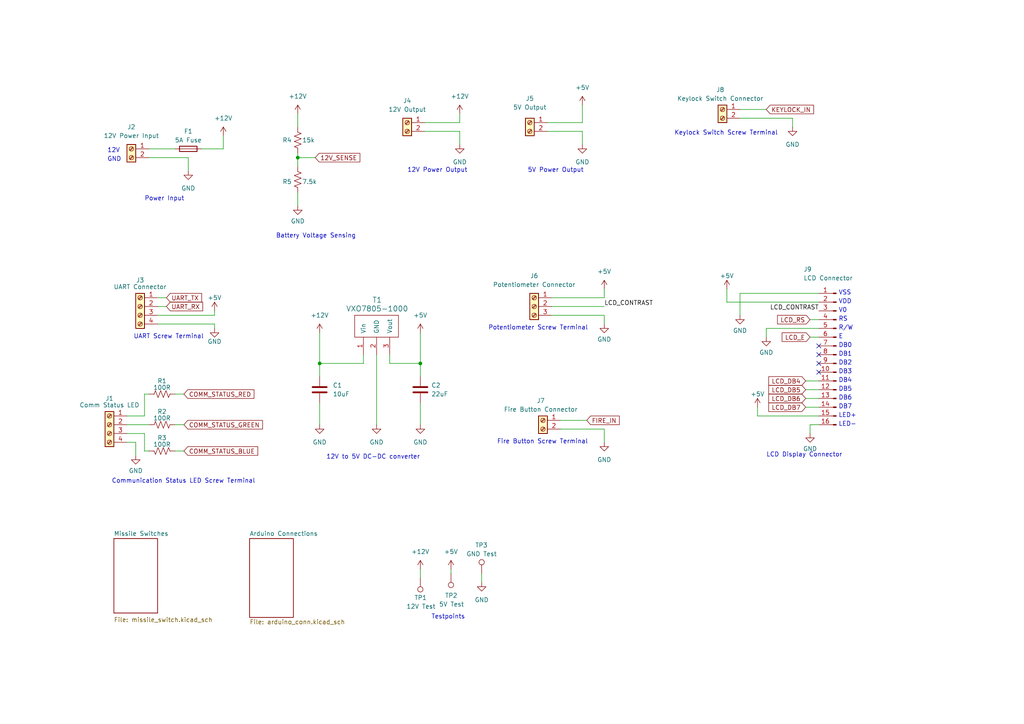
<source format=kicad_sch>
(kicad_sch (version 20230121) (generator eeschema)
  (paper "A4")
  (title_block (title "RLCS Clientside Board") (company "Waterloo Rocketry"))
  (lib_symbols
    (symbol "Connector:Conn_01x16_Male" (pin_names (offset 1.016) hide)
      (property "Reference" "J" (at 0 20.32 0))
      (property "Value" "Conn_01x16_Male" (at 0 -22.86 0))
      (symbol "Conn_01x16_Male_1_1"
        (polyline (pts (xy 1.27 -20.32) (xy 0.8636 -20.32)) (stroke (width 0.1524)))
        (polyline (pts (xy 1.27 -17.78) (xy 0.8636 -17.78)) (stroke (width 0.1524)))
        (polyline (pts (xy 1.27 -15.24) (xy 0.8636 -15.24)) (stroke (width 0.1524)))
        (polyline (pts (xy 1.27 -12.7) (xy 0.8636 -12.7)) (stroke (width 0.1524)))
        (polyline (pts (xy 1.27 -10.16) (xy 0.8636 -10.16)) (stroke (width 0.1524)))
        (polyline (pts (xy 1.27 -7.62) (xy 0.8636 -7.62)) (stroke (width 0.1524)))
        (polyline (pts (xy 1.27 -5.08) (xy 0.8636 -5.08)) (stroke (width 0.1524)))
        (polyline (pts (xy 1.27 -2.54) (xy 0.8636 -2.54)) (stroke (width 0.1524)))
        (polyline (pts (xy 1.27 0) (xy 0.8636 0)) (stroke (width 0.1524)))
        (polyline (pts (xy 1.27 2.54) (xy 0.8636 2.54)) (stroke (width 0.1524)))
        (polyline (pts (xy 1.27 5.08) (xy 0.8636 5.08)) (stroke (width 0.1524)))
        (polyline (pts (xy 1.27 7.62) (xy 0.8636 7.62)) (stroke (width 0.1524)))
        (polyline (pts (xy 1.27 10.16) (xy 0.8636 10.16)) (stroke (width 0.1524)))
        (polyline (pts (xy 1.27 12.7) (xy 0.8636 12.7)) (stroke (width 0.1524)))
        (polyline (pts (xy 1.27 15.24) (xy 0.8636 15.24)) (stroke (width 0.1524)))
        (polyline (pts (xy 1.27 17.78) (xy 0.8636 17.78)) (stroke (width 0.1524)))
        (rectangle (start 0.8636 -20.193) (end 0 -20.447) (stroke (width 0.1524)) (fill (type outline)))
        (rectangle (start 0.8636 -17.653) (end 0 -17.907) (stroke (width 0.1524)) (fill (type outline)))
        (rectangle (start 0.8636 -15.113) (end 0 -15.367) (stroke (width 0.1524)) (fill (type outline)))
        (rectangle (start 0.8636 -12.573) (end 0 -12.827) (stroke (width 0.1524)) (fill (type outline)))
        (rectangle (start 0.8636 -10.033) (end 0 -10.287) (stroke (width 0.1524)) (fill (type outline)))
        (rectangle (start 0.8636 -7.493) (end 0 -7.747) (stroke (width 0.1524)) (fill (type outline)))
        (rectangle (start 0.8636 -4.953) (end 0 -5.207) (stroke (width 0.1524)) (fill (type outline)))
        (rectangle (start 0.8636 -2.413) (end 0 -2.667) (stroke (width 0.1524)) (fill (type outline)))
        (rectangle (start 0.8636 0.127) (end 0 -0.127) (stroke (width 0.1524)) (fill (type outline)))
        (rectangle (start 0.8636 2.667) (end 0 2.413) (stroke (width 0.1524)) (fill (type outline)))
        (rectangle (start 0.8636 5.207) (end 0 4.953) (stroke (width 0.1524)) (fill (type outline)))
        (rectangle (start 0.8636 7.747) (end 0 7.493) (stroke (width 0.1524)) (fill (type outline)))
        (rectangle (start 0.8636 10.287) (end 0 10.033) (stroke (width 0.1524)) (fill (type outline)))
        (rectangle (start 0.8636 12.827) (end 0 12.573) (stroke (width 0.1524)) (fill (type outline)))
        (rectangle (start 0.8636 15.367) (end 0 15.113) (stroke (width 0.1524)) (fill (type outline)))
        (rectangle (start 0.8636 17.907) (end 0 17.653) (stroke (width 0.1524)) (fill (type outline)))
        (pin passive line (at 5.08 17.78 180) (length 3.81) (name "Pin_1") (number "1"))
        (pin passive line (at 5.08 -5.08 180) (length 3.81) (name "Pin_10") (number "10"))
        (pin passive line (at 5.08 -7.62 180) (length 3.81) (name "Pin_11") (number "11"))
        (pin passive line (at 5.08 -10.16 180) (length 3.81) (name "Pin_12") (number "12"))
        (pin passive line (at 5.08 -12.7 180) (length 3.81) (name "Pin_13") (number "13"))
        (pin passive line (at 5.08 -15.24 180) (length 3.81) (name "Pin_14") (number "14"))
        (pin passive line (at 5.08 -17.78 180) (length 3.81) (name "Pin_15") (number "15"))
        (pin passive line (at 5.08 -20.32 180) (length 3.81) (name "Pin_16") (number "16"))
        (pin passive line (at 5.08 15.24 180) (length 3.81) (name "Pin_2") (number "2"))
        (pin passive line (at 5.08 12.7 180) (length 3.81) (name "Pin_3") (number "3"))
        (pin passive line (at 5.08 10.16 180) (length 3.81) (name "Pin_4") (number "4"))
        (pin passive line (at 5.08 7.62 180) (length 3.81) (name "Pin_5") (number "5"))
        (pin passive line (at 5.08 5.08 180) (length 3.81) (name "Pin_6") (number "6"))
        (pin passive line (at 5.08 2.54 180) (length 3.81) (name "Pin_7") (number "7"))
        (pin passive line (at 5.08 0 180) (length 3.81) (name "Pin_8") (number "8"))
        (pin passive line (at 5.08 -2.54 180) (length 3.81) (name "Pin_9") (number "9"))
      )
    )
    (symbol "Connector:Screw_Terminal_01x02" (pin_names (offset 1.016) hide)
      (property "Reference" "J" (at 0 2.54 0))
      (property "Value" "Screw_Terminal_01x02" (at 0 -5.08 0))
      (symbol "Screw_Terminal_01x02_1_1"
        (rectangle (start -1.27 1.27) (end 1.27 -3.81) (stroke (width 0.254)) (fill (type background)))
        (circle (center 0 -2.54) (radius 0.635) (stroke (width 0.1524)))
        (polyline (pts (xy -0.5334 -2.2098) (xy 0.3302 -3.048)) (stroke (width 0.1524)))
        (polyline (pts (xy -0.5334 0.3302) (xy 0.3302 -0.508)) (stroke (width 0.1524)))
        (polyline (pts (xy -0.3556 -2.032) (xy 0.508 -2.8702)) (stroke (width 0.1524)))
        (polyline (pts (xy -0.3556 0.508) (xy 0.508 -0.3302)) (stroke (width 0.1524)))
        (circle (center 0 0) (radius 0.635) (stroke (width 0.1524)))
        (pin passive line (at -5.08 0 0) (length 3.81) (name "Pin_1") (number "1"))
        (pin passive line (at -5.08 -2.54 0) (length 3.81) (name "Pin_2") (number "2"))
      )
    )
    (symbol "Connector:Screw_Terminal_01x03" (pin_names (offset 1.016) hide)
      (property "Reference" "J" (at 0 5.08 0))
      (property "Value" "Screw_Terminal_01x03" (at 0 -5.08 0))
      (symbol "Screw_Terminal_01x03_1_1"
        (rectangle (start -1.27 3.81) (end 1.27 -3.81) (stroke (width 0.254)) (fill (type background)))
        (circle (center 0 -2.54) (radius 0.635) (stroke (width 0.1524)))
        (polyline (pts (xy -0.5334 -2.2098) (xy 0.3302 -3.048)) (stroke (width 0.1524)))
        (polyline (pts (xy -0.5334 0.3302) (xy 0.3302 -0.508)) (stroke (width 0.1524)))
        (polyline (pts (xy -0.5334 2.8702) (xy 0.3302 2.032)) (stroke (width 0.1524)))
        (polyline (pts (xy -0.3556 -2.032) (xy 0.508 -2.8702)) (stroke (width 0.1524)))
        (polyline (pts (xy -0.3556 0.508) (xy 0.508 -0.3302)) (stroke (width 0.1524)))
        (polyline (pts (xy -0.3556 3.048) (xy 0.508 2.2098)) (stroke (width 0.1524)))
        (circle (center 0 0) (radius 0.635) (stroke (width 0.1524)))
        (circle (center 0 2.54) (radius 0.635) (stroke (width 0.1524)))
        (pin passive line (at -5.08 2.54 0) (length 3.81) (name "Pin_1") (number "1"))
        (pin passive line (at -5.08 0 0) (length 3.81) (name "Pin_2") (number "2"))
        (pin passive line (at -5.08 -2.54 0) (length 3.81) (name "Pin_3") (number "3"))
      )
    )
    (symbol "Connector:Screw_Terminal_01x04" (pin_names (offset 1.016) hide)
      (property "Reference" "J" (at 0 5.08 0))
      (property "Value" "Screw_Terminal_01x04" (at 0 -7.62 0))
      (symbol "Screw_Terminal_01x04_1_1"
        (rectangle (start -1.27 3.81) (end 1.27 -6.35) (stroke (width 0.254)) (fill (type background)))
        (circle (center 0 -5.08) (radius 0.635) (stroke (width 0.1524)))
        (circle (center 0 -2.54) (radius 0.635) (stroke (width 0.1524)))
        (polyline (pts (xy -0.5334 -4.7498) (xy 0.3302 -5.588)) (stroke (width 0.1524)))
        (polyline (pts (xy -0.5334 -2.2098) (xy 0.3302 -3.048)) (stroke (width 0.1524)))
        (polyline (pts (xy -0.5334 0.3302) (xy 0.3302 -0.508)) (stroke (width 0.1524)))
        (polyline (pts (xy -0.5334 2.8702) (xy 0.3302 2.032)) (stroke (width 0.1524)))
        (polyline (pts (xy -0.3556 -4.572) (xy 0.508 -5.4102)) (stroke (width 0.1524)))
        (polyline (pts (xy -0.3556 -2.032) (xy 0.508 -2.8702)) (stroke (width 0.1524)))
        (polyline (pts (xy -0.3556 0.508) (xy 0.508 -0.3302)) (stroke (width 0.1524)))
        (polyline (pts (xy -0.3556 3.048) (xy 0.508 2.2098)) (stroke (width 0.1524)))
        (circle (center 0 0) (radius 0.635) (stroke (width 0.1524)))
        (circle (center 0 2.54) (radius 0.635) (stroke (width 0.1524)))
        (pin passive line (at -5.08 2.54 0) (length 3.81) (name "Pin_1") (number "1"))
        (pin passive line (at -5.08 0 0) (length 3.81) (name "Pin_2") (number "2"))
        (pin passive line (at -5.08 -2.54 0) (length 3.81) (name "Pin_3") (number "3"))
        (pin passive line (at -5.08 -5.08 0) (length 3.81) (name "Pin_4") (number "4"))
      )
    )
    (symbol "Connector:TestPoint" (pin_numbers hide) (pin_names (offset 0.762) hide)
      (property "Reference" "TP" (at 0 6.858 0))
      (property "Value" "TestPoint" (at 0 5.08 0))
      (symbol "TestPoint_0_1"
        (circle (center 0 3.302) (radius 0.762))
      )
      (symbol "TestPoint_1_1"
        (pin passive line (at 0 0 90) (length 2.54) (name "1") (number "1"))
      )
    )
    (symbol "Device:C" (pin_numbers hide) (pin_names (offset 0.254))
      (property "Reference" "C" (at 0.635 2.54 0))
      (property "Value" "C" (at 0.635 -2.54 0))
      (symbol "C_0_1"
        (polyline (pts (xy -2.032 -0.762) (xy 2.032 -0.762)) (stroke (width 0.508)))
        (polyline (pts (xy -2.032 0.762) (xy 2.032 0.762)) (stroke (width 0.508)))
      )
      (symbol "C_1_1"
        (pin passive line (at 0 3.81 270) (length 2.794) (name "~") (number "1"))
        (pin passive line (at 0 -3.81 90) (length 2.794) (name "~") (number "2"))
      )
    )
    (symbol "Device:Fuse" (pin_numbers hide) (pin_names (offset 0))
      (property "Reference" "F" (at 2.032 0 90))
      (property "Value" "Fuse" (at -1.905 0 90))
      (symbol "Fuse_0_1"
        (rectangle (start -0.762 -2.54) (end 0.762 2.54) (stroke (width 0.254)))
        (polyline (pts (xy 0 2.54) (xy 0 -2.54)))
      )
      (symbol "Fuse_1_1"
        (pin passive line (at 0 3.81 270) (length 1.27) (name "~") (number "1"))
        (pin passive line (at 0 -3.81 90) (length 1.27) (name "~") (number "2"))
      )
    )
    (symbol "Device:R_US" (pin_numbers hide) (pin_names (offset 0))
      (property "Reference" "R" (at 2.54 0 90))
      (property "Value" "R_US" (at -2.54 0 90))
      (symbol "R_US_0_1"
        (polyline (pts (xy 0 -2.286) (xy 0 -2.54)))
        (polyline (pts (xy 0 2.286) (xy 0 2.54)))
        (polyline (pts (xy 0 -0.762) (xy 1.016 -1.143) (xy 0 -1.524) (xy -1.016 -1.905) (xy 0 -2.286)))
        (polyline (pts (xy 0 0.762) (xy 1.016 0.381) (xy 0 0) (xy -1.016 -0.381) (xy 0 -0.762)))
        (polyline (pts (xy 0 2.286) (xy 1.016 1.905) (xy 0 1.524) (xy -1.016 1.143) (xy 0 0.762)))
      )
      (symbol "R_US_1_1"
        (pin passive line (at 0 3.81 270) (length 1.27) (name "~") (number "1"))
        (pin passive line (at 0 -3.81 90) (length 1.27) (name "~") (number "2"))
      )
    )
    (symbol "custom:MEZD71201A-G" (pin_names (offset 1.016))
      (property "Reference" "T" (at 8.89 -3.81 0))
      (property "Value" "MEZD71201A-G" (at 0 2.54 0))
      (symbol "MEZD71201A-G_0_1"
        (rectangle (start -6.35 1.27) (end 6.35 -5.08))
      )
      (symbol "MEZD71201A-G_1_1"
        (pin input line (at -3.81 -10.16 90) (length 5.08) (name "Vin") (number "1"))
        (pin bidirectional line (at 0 -10.16 90) (length 5.08) (name "GND") (number "2"))
        (pin output line (at 3.81 -10.16 90) (length 5.08) (name "Vout") (number "3"))
      )
    )
    (symbol "power:+12V" (power) (pin_names (offset 0))
      (property "Value" "+12V" (at 0 3.556 0))
      (symbol "+12V_0_1"
        (polyline (pts (xy -0.762 1.27) (xy 0 2.54)))
        (polyline (pts (xy 0 0) (xy 0 2.54)))
        (polyline (pts (xy 0 2.54) (xy 0.762 1.27)))
      )
      (symbol "+12V_1_1"
        (pin power_in line (at 0 0 90) (length 0) hide (name "+12V") (number "1"))
      )
    )
    (symbol "power:+5V" (power) (pin_names (offset 0))
      (property "Value" "+5V" (at 0 3.556 0))
      (symbol "+5V_0_1"
        (polyline (pts (xy -0.762 1.27) (xy 0 2.54)))
        (polyline (pts (xy 0 0) (xy 0 2.54)))
        (polyline (pts (xy 0 2.54) (xy 0.762 1.27)))
      )
      (symbol "+5V_1_1"
        (pin power_in line (at 0 0 90) (length 0) hide (name "+5V") (number "1"))
      )
    )
    (symbol "power:GND" (power) (pin_names (offset 0))
      (property "Value" "GND" (at 0 -3.81 0))
      (symbol "GND_0_1"
        (polyline (pts (xy 0 0) (xy 0 -1.27) (xy 1.27 -1.27) (xy 0 -2.54) (xy -1.27 -1.27) (xy 0 -1.27)))
      )
      (symbol "GND_1_1"
        (pin power_in line (at 0 0 270) (length 0) hide (name "GND") (number "1"))
      )
    )
  )
  (junction (at 92.71 105.41))
  (junction (at 86.36 45.72))
  (junction (at 121.92 105.41))
  (no_connect (at 237.49 102.87))
  (no_connect (at 237.49 100.33))
  (no_connect (at 237.49 107.95))
  (no_connect (at 237.49 105.41))
  (wire (pts (xy 214.63 85.09) (xy 214.63 91.44)))
  (wire (pts (xy 36.83 125.73) (xy 41.91 125.73)))
  (wire (pts (xy 86.36 45.72) (xy 91.44 45.72)))
  (wire (pts (xy 45.72 93.98) (xy 62.23 93.98)))
  (wire (pts (xy 158.75 38.1) (xy 168.91 38.1)))
  (wire (pts (xy 86.36 45.72) (xy 86.36 48.26)))
  (wire (pts (xy 92.71 105.41) (xy 92.71 109.22)))
  (wire (pts (xy 113.03 105.41) (xy 121.92 105.41)))
  (wire (pts (xy 41.91 114.3) (xy 41.91 120.65)))
  (wire (pts (xy 130.81 165.1) (xy 130.81 166.37)))
  (wire (pts (xy 64.77 43.18) (xy 64.77 39.37)))
  (wire (pts (xy 36.83 128.27) (xy 39.37 128.27)))
  (wire (pts (xy 45.72 88.9) (xy 48.26 88.9)))
  (wire (pts (xy 233.68 113.03) (xy 237.49 113.03)))
  (wire (pts (xy 121.92 116.84) (xy 121.92 123.19)))
  (wire (pts (xy 162.56 124.46) (xy 175.26 124.46)))
  (wire (pts (xy 62.23 91.44) (xy 62.23 90.17)))
  (wire (pts (xy 175.26 91.44) (xy 175.26 93.98)))
  (wire (pts (xy 43.18 43.18) (xy 50.8 43.18)))
  (wire (pts (xy 50.8 130.81) (xy 53.34 130.81)))
  (wire (pts (xy 86.36 44.45) (xy 86.36 45.72)))
  (wire (pts (xy 158.75 35.56) (xy 168.91 35.56)))
  (wire (pts (xy 139.7 166.37) (xy 139.7 168.91)))
  (wire (pts (xy 160.02 91.44) (xy 175.26 91.44)))
  (wire (pts (xy 234.95 97.79) (xy 237.49 97.79)))
  (wire (pts (xy 233.68 115.57) (xy 237.49 115.57)))
  (wire (pts (xy 233.68 110.49) (xy 237.49 110.49)))
  (wire (pts (xy 62.23 93.98) (xy 62.23 95.25)))
  (wire (pts (xy 113.03 102.87) (xy 113.03 105.41)))
  (wire (pts (xy 92.71 116.84) (xy 92.71 123.19)))
  (wire (pts (xy 121.92 165.1) (xy 121.92 167.64)))
  (wire (pts (xy 123.19 35.56) (xy 133.35 35.56)))
  (wire (pts (xy 45.72 91.44) (xy 62.23 91.44)))
  (wire (pts (xy 133.35 33.02) (xy 133.35 35.56)))
  (wire (pts (xy 234.95 125.73) (xy 234.95 123.19)))
  (wire (pts (xy 92.71 96.52) (xy 92.71 105.41)))
  (wire (pts (xy 36.83 120.65) (xy 41.91 120.65)))
  (wire (pts (xy 214.63 34.29) (xy 229.87 34.29)))
  (wire (pts (xy 133.35 38.1) (xy 133.35 41.91)))
  (wire (pts (xy 50.8 114.3) (xy 53.34 114.3)))
  (wire (pts (xy 50.8 123.19) (xy 53.34 123.19)))
  (wire (pts (xy 175.26 86.36) (xy 175.26 83.82)))
  (wire (pts (xy 234.95 123.19) (xy 237.49 123.19)))
  (wire (pts (xy 168.91 30.48) (xy 168.91 35.56)))
  (wire (pts (xy 41.91 125.73) (xy 41.91 130.81)))
  (wire (pts (xy 229.87 34.29) (xy 229.87 36.83)))
  (wire (pts (xy 121.92 96.52) (xy 121.92 105.41)))
  (wire (pts (xy 160.02 86.36) (xy 175.26 86.36)))
  (wire (pts (xy 41.91 130.81) (xy 43.18 130.81)))
  (wire (pts (xy 45.72 86.36) (xy 48.26 86.36)))
  (wire (pts (xy 214.63 85.09) (xy 237.49 85.09)))
  (wire (pts (xy 219.71 118.11) (xy 219.71 120.65)))
  (wire (pts (xy 160.02 88.9) (xy 175.26 88.9)))
  (wire (pts (xy 54.61 45.72) (xy 54.61 49.53)))
  (wire (pts (xy 86.36 33.02) (xy 86.36 36.83)))
  (wire (pts (xy 58.42 43.18) (xy 64.77 43.18)))
  (wire (pts (xy 86.36 55.88) (xy 86.36 59.69)))
  (wire (pts (xy 36.83 123.19) (xy 43.18 123.19)))
  (wire (pts (xy 43.18 45.72) (xy 54.61 45.72)))
  (wire (pts (xy 210.82 87.63) (xy 237.49 87.63)))
  (wire (pts (xy 214.63 31.75) (xy 222.25 31.75)))
  (wire (pts (xy 41.91 114.3) (xy 43.18 114.3)))
  (wire (pts (xy 234.95 92.71) (xy 237.49 92.71)))
  (wire (pts (xy 210.82 83.82) (xy 210.82 87.63)))
  (wire (pts (xy 121.92 105.41) (xy 121.92 109.22)))
  (wire (pts (xy 92.71 105.41) (xy 105.41 105.41)))
  (wire (pts (xy 105.41 102.87) (xy 105.41 105.41)))
  (wire (pts (xy 123.19 38.1) (xy 133.35 38.1)))
  (wire (pts (xy 219.71 120.65) (xy 237.49 120.65)))
  (wire (pts (xy 168.91 38.1) (xy 168.91 41.91)))
  (wire (pts (xy 222.25 95.25) (xy 237.49 95.25)))
  (wire (pts (xy 233.68 118.11) (xy 237.49 118.11)))
  (wire (pts (xy 222.25 97.79) (xy 222.25 95.25)))
  (wire (pts (xy 109.22 102.87) (xy 109.22 123.19)))
  (wire (pts (xy 39.37 128.27) (xy 39.37 132.08)))
  (wire (pts (xy 162.56 121.92) (xy 170.18 121.92)))
  (wire (pts (xy 175.26 124.46) (xy 175.26 128.27)))
  (text "RS" (at 243.205 93.345 0) (effects (font (size 1.27 1.27)) (justify left bottom)))
  (text "LED-" (at 243.205 123.825 0) (effects (font (size 1.27 1.27)) (justify left bottom)))
  (text "Battery Voltage Sensing" (at 80.01 69.215 0) (effects (font (size 1.27 1.27)) (justify left bottom)))
  (text "DB0" (at 243.205 100.965 0) (effects (font (size 1.27 1.27)) (justify left bottom)))
  (text "R/W" (at 243.205 95.885 0) (effects (font (size 1.27 1.27)) (justify left bottom)))
  (text "DB2" (at 243.205 106.045 0) (effects (font (size 1.27 1.27)) (justify left bottom)))
  (text "5V Power Output" (at 153.035 50.165 0) (effects (font (size 1.27 1.27)) (justify left bottom)))
  (text "Keylock Switch Screw Terminal" (at 195.58 39.37 0) (effects (font (size 1.27 1.27)) (justify left bottom)))
  (text "DB6" (at 243.205 116.205 0) (effects (font (size 1.27 1.27)) (justify left bottom)))
  (text "GND" (at 31.115 46.99 0) (effects (font (size 1.27 1.27)) (justify left bottom)))
  (text "12V" (at 31.115 44.45 0) (effects (font (size 1.27 1.27)) (justify left bottom)))
  (text "E" (at 243.205 98.425 0) (effects (font (size 1.27 1.27)) (justify left bottom)))
  (text "LED+" (at 243.205 121.285 0) (effects (font (size 1.27 1.27)) (justify left bottom)))
  (text "12V Power Output" (at 118.11 50.165 0) (effects (font (size 1.27 1.27)) (justify left bottom)))
  (text "DB4" (at 243.205 111.125 0) (effects (font (size 1.27 1.27)) (justify left bottom)))
  (text "DB7" (at 243.205 118.745 0) (effects (font (size 1.27 1.27)) (justify left bottom)))
  (text "VSS" (at 243.205 85.725 0) (effects (font (size 1.27 1.27)) (justify left bottom)))
  (text "VDD" (at 243.205 88.265 0) (effects (font (size 1.27 1.27)) (justify left bottom)))
  (text "Potentiometer Screw Terminal" (at 141.605 95.885 0) (effects (font (size 1.27 1.27)) (justify left bottom)))
  (text "Testpoints" (at 125.095 179.705 0) (effects (font (size 1.27 1.27)) (justify left bottom)))
  (text "LCD Display Connector" (at 222.25 132.715 0) (effects (font (size 1.27 1.27)) (justify left bottom)))
  (text "DB3" (at 243.205 108.585 0) (effects (font (size 1.27 1.27)) (justify left bottom)))
  (text "Fire Button Screw Terminal" (at 144.145 128.905 0) (effects (font (size 1.27 1.27)) (justify left bottom)))
  (text "DB5" (at 243.205 113.665 0) (effects (font (size 1.27 1.27)) (justify left bottom)))
  (text "Power Input" (at 41.91 58.42 0) (effects (font (size 1.27 1.27)) (justify left bottom)))
  (text "DB1" (at 243.205 103.505 0) (effects (font (size 1.27 1.27)) (justify left bottom)))
  (text "UART Screw Terminal" (at 38.735 98.425 0) (effects (font (size 1.27 1.27)) (justify left bottom)))
  (text "12V to 5V DC-DC converter" (at 94.615 133.35 0) (effects (font (size 1.27 1.27)) (justify left bottom)))
  (text "Communication Status LED Screw Terminal" (at 32.385 140.335 0) (effects (font (size 1.27 1.27)) (justify left bottom)))
  (text "V0" (at 243.205 90.805 0) (effects (font (size 1.27 1.27)) (justify left bottom)))
  (label "LCD_CONTRAST" (at 237.49 90.17 180))
  (label "LCD_CONTRAST" (at 175.26 88.9 0))
  (global_label "FIRE_IN" (shape input) (at 170.18 121.92 0) (property "Intersheetrefs" "${INTERSHEET_REFS}" (effects hide)))
  (global_label "LCD_DB4" (shape input) (at 233.68 110.49 180) (property "Intersheetrefs" "${INTERSHEET_REFS}" (effects hide)))
  (global_label "12V_SENSE" (shape input) (at 91.44 45.72 0) (property "Intersheetrefs" "${INTERSHEET_REFS}" (effects hide)))
  (global_label "LCD_DB5" (shape input) (at 233.68 113.03 180) (property "Intersheetrefs" "${INTERSHEET_REFS}" (effects hide)))
  (global_label "LCD_DB7" (shape input) (at 233.68 118.11 180) (property "Intersheetrefs" "${INTERSHEET_REFS}" (effects hide)))
  (global_label "UART_TX" (shape input) (at 48.26 86.36 0) (property "Intersheetrefs" "${INTERSHEET_REFS}" (effects hide)))
  (global_label "LCD_E" (shape input) (at 234.95 97.79 180) (property "Intersheetrefs" "${INTERSHEET_REFS}" (effects hide)))
  (global_label "COMM_STATUS_RED" (shape input) (at 53.34 114.3 0) (property "Intersheetrefs" "${INTERSHEET_REFS}" (effects hide)))
  (global_label "UART_RX" (shape input) (at 48.26 88.9 0) (property "Intersheetrefs" "${INTERSHEET_REFS}" (effects hide)))
  (global_label "LCD_DB6" (shape input) (at 233.68 115.57 180) (property "Intersheetrefs" "${INTERSHEET_REFS}" (effects hide)))
  (global_label "COMM_STATUS_GREEN" (shape input) (at 53.34 123.19 0) (property "Intersheetrefs" "${INTERSHEET_REFS}" (effects hide)))
  (global_label "LCD_RS" (shape input) (at 234.95 92.71 180) (property "Intersheetrefs" "${INTERSHEET_REFS}" (effects hide)))
  (global_label "COMM_STATUS_BLUE" (shape input) (at 53.34 130.81 0) (property "Intersheetrefs" "${INTERSHEET_REFS}" (effects hide)))
  (global_label "KEYLOCK_IN" (shape input) (at 222.25 31.75 0) (property "Intersheetrefs" "${INTERSHEET_REFS}" (effects hide)))
  (symbol (lib_id "Connector:Screw_Terminal_01x02") (at 153.67 35.56 0) (mirror y) (unit 1)
    (property "Reference" "J5" (at 153.67 28.575 0))
    (property "Value" "5V Output" (at 153.67 31.115 0))
    (property "Footprint" "TerminalBlock_Phoenix:TerminalBlock_Phoenix_MKDS-1,5-2-5.08_1x02_P5.08mm_Horizontal" (effects hide))
  )
  (symbol (lib_id "Device:R_US") (at 46.99 114.3 90) (unit 1)
    (property "Reference" "R1" (at 46.99 110.49 90))
    (property "Value" "100R" (at 46.99 112.395 90))
    (property "Footprint" "Resistor_SMD:R_0805_2012Metric_Pad1.20x1.40mm_HandSolder" (effects hide))
  )
  (symbol (lib_id "power:GND") (at 92.71 123.19 0) (unit 1)
    (property "Reference" "#PWR09" (effects hide))
    (property "Value" "GND" (at 92.71 128.27 0))
  )
  (symbol (lib_id "Connector:Screw_Terminal_01x04") (at 40.64 88.9 0) (mirror y) (unit 1)
    (property "Reference" "J3" (at 40.64 81.28 0))
    (property "Value" "UART Connector" (at 40.64 83.185 0))
    (property "Footprint" "TerminalBlock_Phoenix:TerminalBlock_Phoenix_PT-1,5-4-3.5-H_1x04_P3.50mm_Horizontal" (effects hide))
  )
  (symbol (lib_id "Connector:Conn_01x16_Male") (at 242.57 102.87 0) (mirror y) (unit 1)
    (property "Reference" "J9" (at 233.045 78.105 0) (effects (justify right)))
    (property "Value" "LCD Connector" (at 233.045 80.645 0) (effects (justify right)))
    (property "Footprint" "clientside_footprints:NHD-0420DZ-FSW-FBW" (effects hide))
  )
  (symbol (lib_id "power:+12V") (at 133.35 33.02 0) (unit 1)
    (property "Reference" "#PWR015" (effects hide))
    (property "Value" "+12V" (at 133.35 27.94 0))
  )
  (symbol (lib_id "power:GND") (at 175.26 128.27 0) (unit 1)
    (property "Reference" "#PWR022" (effects hide))
    (property "Value" "GND" (at 175.26 133.35 0))
  )
  (symbol (lib_id "power:+5V") (at 130.81 165.1 0) (unit 1)
    (property "Reference" "#PWR014" (effects hide))
    (property "Value" "+5V" (at 130.81 160.02 0))
  )
  (symbol (lib_id "power:+12V") (at 92.71 96.52 0) (unit 1)
    (property "Reference" "#PWR08" (effects hide))
    (property "Value" "+12V" (at 92.71 91.44 0))
  )
  (symbol (lib_id "Connector:TestPoint") (at 139.7 166.37 0) (unit 1)
    (property "Reference" "TP3" (at 137.795 158.115 0) (effects (justify left)))
    (property "Value" "GND Test" (at 135.255 160.655 0) (effects (justify left)))
    (property "Footprint" "Connector_PinSocket_2.00mm:PinSocket_1x01_P2.00mm_Vertical" (effects hide))
  )
  (symbol (lib_id "custom:MEZD71201A-G") (at 109.22 92.71 0) (unit 1)
    (property "Reference" "T1" (at 107.95 86.995 0) (effects (font (size 1.524 1.524)) (justify left)))
    (property "Value" "VXO7805-1000" (at 100.33 89.535 0) (effects (font (size 1.524 1.524)) (justify left)))
    (property "Footprint" "rlcs_power_footprints:VXO78XX-1000" (effects hide))
  )
  (symbol (lib_id "Connector:Screw_Terminal_01x02") (at 38.1 43.18 0) (mirror y) (unit 1)
    (property "Reference" "J2" (at 38.1 36.83 0))
    (property "Value" "12V Power Input" (at 38.1 39.37 0))
    (property "Footprint" "TerminalBlock_Phoenix:TerminalBlock_Phoenix_MKDS-1,5-2-5.08_1x02_P5.08mm_Horizontal" (effects hide))
  )
  (symbol (lib_id "power:GND") (at 175.26 93.98 0) (unit 1)
    (property "Reference" "#PWR021" (effects hide))
    (property "Value" "GND" (at 175.26 98.425 0))
  )
  (symbol (lib_id "power:+5V") (at 219.71 118.11 0) (unit 1)
    (property "Reference" "#PWR025" (effects hide))
    (property "Value" "+5V" (at 219.71 114.3 0))
  )
  (symbol (lib_id "power:GND") (at 109.22 123.19 0) (unit 1)
    (property "Reference" "#PWR010" (effects hide))
    (property "Value" "GND" (at 109.22 128.27 0))
  )
  (symbol (lib_id "Connector:TestPoint") (at 121.92 167.64 0) (mirror x) (unit 1)
    (property "Reference" "TP1" (at 123.825 173.355 0) (effects (justify right)))
    (property "Value" "12V Test" (at 126.365 175.895 0) (effects (justify right)))
    (property "Footprint" "Connector_PinSocket_2.00mm:PinSocket_1x01_P2.00mm_Vertical" (effects hide))
  )
  (symbol (lib_id "power:GND") (at 86.36 59.69 0) (unit 1)
    (property "Reference" "#PWR07" (effects hide))
    (property "Value" "GND" (at 86.36 64.135 0))
  )
  (symbol (lib_id "power:GND") (at 39.37 132.08 0) (unit 1)
    (property "Reference" "#PWR01" (effects hide))
    (property "Value" "GND" (at 39.37 136.525 0))
  )
  (symbol (lib_id "power:GND") (at 229.87 36.83 0) (unit 1)
    (property "Reference" "#PWR027" (effects hide))
    (property "Value" "GND" (at 229.87 41.91 0))
  )
  (symbol (lib_id "power:+12V") (at 64.77 39.37 0) (unit 1)
    (property "Reference" "#PWR05" (effects hide))
    (property "Value" "+12V" (at 64.77 34.29 0))
  )
  (symbol (lib_id "power:+12V") (at 86.36 33.02 0) (unit 1)
    (property "Reference" "#PWR06" (effects hide))
    (property "Value" "+12V" (at 86.36 27.94 0))
  )
  (symbol (lib_id "Device:R_US") (at 46.99 123.19 90) (unit 1)
    (property "Reference" "R2" (at 46.99 119.38 90))
    (property "Value" "100R" (at 46.99 121.285 90))
    (property "Footprint" "Resistor_SMD:R_0805_2012Metric_Pad1.20x1.40mm_HandSolder" (effects hide))
  )
  (symbol (lib_id "Connector:Screw_Terminal_01x03") (at 154.94 88.9 0) (mirror y) (unit 1)
    (property "Reference" "J6" (at 154.94 80.01 0))
    (property "Value" "Potentiometer Connector" (at 154.94 82.55 0))
    (property "Footprint" "TerminalBlock_Phoenix:TerminalBlock_Phoenix_PT-1,5-3-3.5-H_1x03_P3.50mm_Horizontal" (effects hide))
  )
  (symbol (lib_id "power:GND") (at 222.25 97.79 0) (unit 1)
    (property "Reference" "#PWR026" (effects hide))
    (property "Value" "GND" (at 222.25 102.235 0))
  )
  (symbol (lib_id "power:GND") (at 139.7 168.91 0) (unit 1)
    (property "Reference" "#PWR017" (effects hide))
    (property "Value" "GND" (at 139.7 173.99 0))
  )
  (symbol (lib_id "Connector:Screw_Terminal_01x02") (at 118.11 35.56 0) (mirror y) (unit 1)
    (property "Reference" "J4" (at 118.11 29.21 0))
    (property "Value" "12V Output" (at 118.11 31.75 0))
    (property "Footprint" "TerminalBlock_Phoenix:TerminalBlock_Phoenix_MKDS-1,5-2-5.08_1x02_P5.08mm_Horizontal" (effects hide))
  )
  (symbol (lib_id "Device:R_US") (at 86.36 52.07 0) (unit 1)
    (property "Reference" "R5" (at 81.915 52.705 0) (effects (justify left)))
    (property "Value" "7.5k" (at 87.63 52.705 0) (effects (justify left)))
    (property "Footprint" "Resistor_SMD:R_0805_2012Metric_Pad1.20x1.40mm_HandSolder" (effects hide))
  )
  (symbol (lib_id "power:+5V") (at 210.82 83.82 0) (unit 1)
    (property "Reference" "#PWR023" (effects hide))
    (property "Value" "+5V" (at 210.82 80.01 0))
  )
  (symbol (lib_id "Device:C") (at 121.92 113.03 0) (unit 1)
    (property "Reference" "C2" (at 125.095 111.7599 0) (effects (justify left)))
    (property "Value" "22uF" (at 125.095 114.2999 0) (effects (justify left)))
    (property "Footprint" "Capacitor_SMD:C_0805_2012Metric_Pad1.18x1.45mm_HandSolder" (effects hide))
  )
  (symbol (lib_id "power:GND") (at 234.95 125.73 0) (unit 1)
    (property "Reference" "#PWR028" (effects hide))
    (property "Value" "GND" (at 234.95 130.175 0))
  )
  (symbol (lib_id "Connector:Screw_Terminal_01x04") (at 31.75 123.19 0) (mirror y) (unit 1)
    (property "Reference" "J1" (at 31.75 115.57 0))
    (property "Value" "Comm Status LED" (at 31.75 117.475 0))
    (property "Footprint" "TerminalBlock_Phoenix:TerminalBlock_Phoenix_PT-1,5-4-3.5-H_1x04_P3.50mm_Horizontal" (effects hide))
  )
  (symbol (lib_id "power:GND") (at 54.61 49.53 0) (unit 1)
    (property "Reference" "#PWR02" (effects hide))
    (property "Value" "GND" (at 54.61 54.61 0))
  )
  (symbol (lib_id "power:+5V") (at 175.26 83.82 0) (unit 1)
    (property "Reference" "#PWR020" (effects hide))
    (property "Value" "+5V" (at 175.26 78.74 0))
  )
  (symbol (lib_id "power:GND") (at 133.35 41.91 0) (unit 1)
    (property "Reference" "#PWR016" (effects hide))
    (property "Value" "GND" (at 133.35 46.99 0))
  )
  (symbol (lib_id "power:GND") (at 214.63 91.44 0) (unit 1)
    (property "Reference" "#PWR024" (effects hide))
    (property "Value" "GND" (at 214.63 95.885 0))
  )
  (symbol (lib_id "Connector:Screw_Terminal_01x02") (at 209.55 31.75 0) (mirror y) (unit 1)
    (property "Reference" "J8" (at 208.915 26.035 0))
    (property "Value" "Keylock Switch Connector" (at 208.915 28.575 0))
    (property "Footprint" "TerminalBlock_Phoenix:TerminalBlock_Phoenix_PT-1,5-2-3.5-H_1x02_P3.50mm_Horizontal" (effects hide))
  )
  (symbol (lib_id "power:GND") (at 62.23 95.25 0) (unit 1)
    (property "Reference" "#PWR04" (effects hide))
    (property "Value" "GND" (at 62.23 99.06 0))
  )
  (symbol (lib_id "power:+5V") (at 121.92 96.52 0) (unit 1)
    (property "Reference" "#PWR011" (effects hide))
    (property "Value" "+5V" (at 121.92 91.44 0))
  )
  (symbol (lib_id "power:GND") (at 121.92 123.19 0) (unit 1)
    (property "Reference" "#PWR012" (effects hide))
    (property "Value" "GND" (at 121.92 128.27 0))
  )
  (symbol (lib_id "Device:R_US") (at 86.36 40.64 0) (unit 1)
    (property "Reference" "R4" (at 81.915 40.64 0) (effects (justify left)))
    (property "Value" "15k" (at 87.63 40.64 0) (effects (justify left)))
    (property "Footprint" "Resistor_SMD:R_0805_2012Metric_Pad1.20x1.40mm_HandSolder" (effects hide))
  )
  (symbol (lib_id "Connector:Screw_Terminal_01x02") (at 157.48 121.92 0) (mirror y) (unit 1)
    (property "Reference" "J7" (at 156.845 116.205 0))
    (property "Value" "Fire Button Connector" (at 156.845 118.745 0))
    (property "Footprint" "TerminalBlock_Phoenix:TerminalBlock_Phoenix_PT-1,5-2-3.5-H_1x02_P3.50mm_Horizontal" (effects hide))
  )
  (symbol (lib_id "Device:R_US") (at 46.99 130.81 90) (mirror x) (unit 1)
    (property "Reference" "R3" (at 46.99 127 90))
    (property "Value" "100R" (at 46.99 128.905 90))
    (property "Footprint" "Resistor_SMD:R_0805_2012Metric_Pad1.20x1.40mm_HandSolder" (effects hide))
  )
  (symbol (lib_id "power:GND") (at 168.91 41.91 0) (unit 1)
    (property "Reference" "#PWR019" (effects hide))
    (property "Value" "GND" (at 168.91 46.99 0))
  )
  (symbol (lib_id "Connector:TestPoint") (at 130.81 166.37 0) (mirror x) (unit 1)
    (property "Reference" "TP2" (at 132.715 172.72 0) (effects (justify right)))
    (property "Value" "5V Test" (at 134.62 175.26 0) (effects (justify right)))
    (property "Footprint" "Connector_PinSocket_2.00mm:PinSocket_1x01_P2.00mm_Vertical" (effects hide))
  )
  (symbol (lib_id "power:+12V") (at 121.92 165.1 0) (unit 1)
    (property "Reference" "#PWR013" (effects hide))
    (property "Value" "+12V" (at 121.92 160.02 0))
  )
  (symbol (lib_id "power:+5V") (at 62.23 90.17 0) (unit 1)
    (property "Reference" "#PWR03" (effects hide))
    (property "Value" "+5V" (at 62.23 86.36 0))
  )
  (symbol (lib_id "Device:C") (at 92.71 113.03 0) (unit 1)
    (property "Reference" "C1" (at 96.52 111.7599 0) (effects (justify left)))
    (property "Value" "10uF" (at 96.52 114.2999 0) (effects (justify left)))
    (property "Footprint" "Capacitor_SMD:C_0805_2012Metric_Pad1.18x1.45mm_HandSolder" (effects hide))
  )
  (symbol (lib_id "Device:Fuse") (at 54.61 43.18 90) (unit 1)
    (property "Reference" "F1" (at 54.61 38.1 90))
    (property "Value" "5A Fuse" (at 54.61 40.64 90))
    (property "Footprint" "Fuse:Fuseholder_Clip-5x20mm_Littelfuse_111_Inline_P20.00x5.00mm_D1.05mm_Horizontal" (effects hide))
  )
  (symbol (lib_id "power:+5V") (at 168.91 30.48 0) (unit 1)
    (property "Reference" "#PWR018" (effects hide))
    (property "Value" "+5V" (at 168.91 25.4 0))
  )
  (sheet (at 33.02 156.21) (size 12.7 21.59) (stroke (width 0.1524))
    (property "Sheetname" "Missile Switches" (at 33.02 155.4984 0) (effects (justify left bottom)))
    (property "Sheetfile" "missile_switch.kicad_sch" (at 33.02 179.0196 0) (effects (justify left top)))
  )
  (sheet (at 72.39 156.21) (size 12.7 22.86) (stroke (width 0.1524))
    (property "Sheetname" "Arduino Connections" (at 72.39 155.4984 0) (effects (justify left bottom)))
    (property "Sheetfile" "arduino_conn.kicad_sch" (at 72.39 179.6546 0) (effects (justify left top)))
  )
)
</source>
